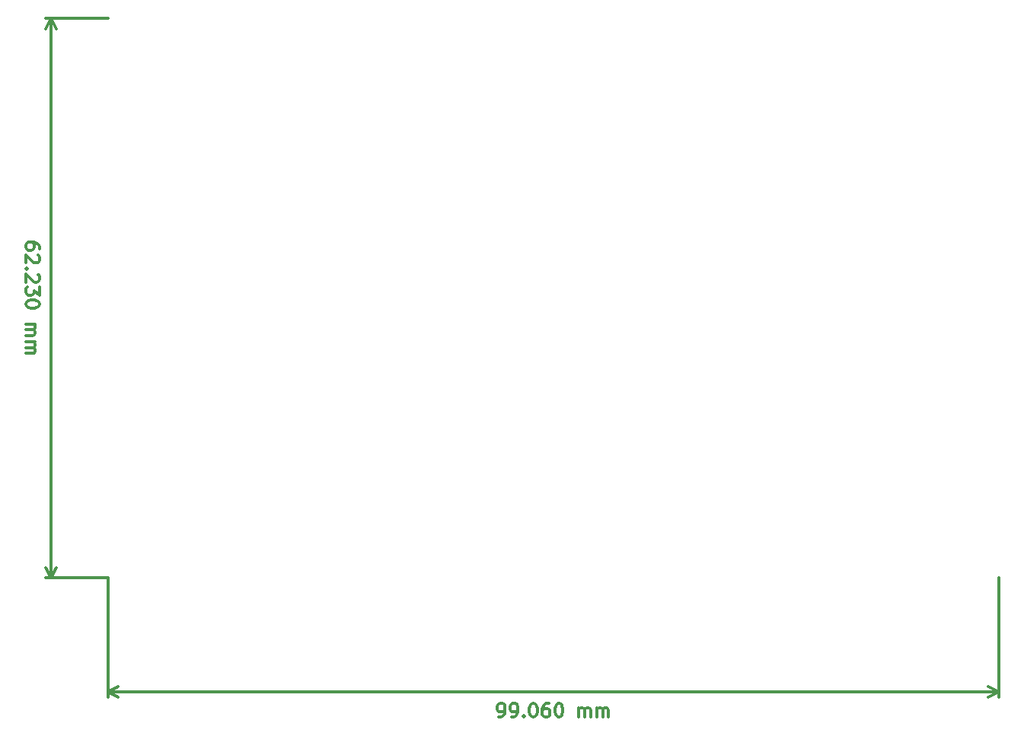
<source format=gbr>
G04 #@! TF.GenerationSoftware,KiCad,Pcbnew,5.1.6-c6e7f7d~86~ubuntu16.04.1*
G04 #@! TF.CreationDate,2020-05-12T14:31:13-06:00*
G04 #@! TF.ProjectId,Turnout-Cntrlr,5475726e-6f75-4742-9d43-6e74726c722e,rev?*
G04 #@! TF.SameCoordinates,Original*
G04 #@! TF.FileFunction,Legend,Bot*
G04 #@! TF.FilePolarity,Positive*
%FSLAX46Y46*%
G04 Gerber Fmt 4.6, Leading zero omitted, Abs format (unit mm)*
G04 Created by KiCad (PCBNEW 5.1.6-c6e7f7d~86~ubuntu16.04.1) date 2020-05-12 14:31:13*
%MOMM*%
%LPD*%
G01*
G04 APERTURE LIST*
%ADD10C,0.300000*%
G04 APERTURE END LIST*
D10*
X36821428Y-86575000D02*
X36821428Y-86289285D01*
X36750000Y-86146428D01*
X36678571Y-86075000D01*
X36464285Y-85932142D01*
X36178571Y-85860714D01*
X35607142Y-85860714D01*
X35464285Y-85932142D01*
X35392857Y-86003571D01*
X35321428Y-86146428D01*
X35321428Y-86432142D01*
X35392857Y-86575000D01*
X35464285Y-86646428D01*
X35607142Y-86717857D01*
X35964285Y-86717857D01*
X36107142Y-86646428D01*
X36178571Y-86575000D01*
X36250000Y-86432142D01*
X36250000Y-86146428D01*
X36178571Y-86003571D01*
X36107142Y-85932142D01*
X35964285Y-85860714D01*
X36678571Y-87289285D02*
X36750000Y-87360714D01*
X36821428Y-87503571D01*
X36821428Y-87860714D01*
X36750000Y-88003571D01*
X36678571Y-88075000D01*
X36535714Y-88146428D01*
X36392857Y-88146428D01*
X36178571Y-88075000D01*
X35321428Y-87217857D01*
X35321428Y-88146428D01*
X35464285Y-88789285D02*
X35392857Y-88860714D01*
X35321428Y-88789285D01*
X35392857Y-88717857D01*
X35464285Y-88789285D01*
X35321428Y-88789285D01*
X36678571Y-89432142D02*
X36750000Y-89503571D01*
X36821428Y-89646428D01*
X36821428Y-90003571D01*
X36750000Y-90146428D01*
X36678571Y-90217857D01*
X36535714Y-90289285D01*
X36392857Y-90289285D01*
X36178571Y-90217857D01*
X35321428Y-89360714D01*
X35321428Y-90289285D01*
X36821428Y-90789285D02*
X36821428Y-91717857D01*
X36250000Y-91217857D01*
X36250000Y-91432142D01*
X36178571Y-91575000D01*
X36107142Y-91646428D01*
X35964285Y-91717857D01*
X35607142Y-91717857D01*
X35464285Y-91646428D01*
X35392857Y-91575000D01*
X35321428Y-91432142D01*
X35321428Y-91003571D01*
X35392857Y-90860714D01*
X35464285Y-90789285D01*
X36821428Y-92646428D02*
X36821428Y-92789285D01*
X36750000Y-92932142D01*
X36678571Y-93003571D01*
X36535714Y-93075000D01*
X36250000Y-93146428D01*
X35892857Y-93146428D01*
X35607142Y-93075000D01*
X35464285Y-93003571D01*
X35392857Y-92932142D01*
X35321428Y-92789285D01*
X35321428Y-92646428D01*
X35392857Y-92503571D01*
X35464285Y-92432142D01*
X35607142Y-92360714D01*
X35892857Y-92289285D01*
X36250000Y-92289285D01*
X36535714Y-92360714D01*
X36678571Y-92432142D01*
X36750000Y-92503571D01*
X36821428Y-92646428D01*
X35321428Y-94932142D02*
X36321428Y-94932142D01*
X36178571Y-94932142D02*
X36250000Y-95003571D01*
X36321428Y-95146428D01*
X36321428Y-95360714D01*
X36250000Y-95503571D01*
X36107142Y-95575000D01*
X35321428Y-95575000D01*
X36107142Y-95575000D02*
X36250000Y-95646428D01*
X36321428Y-95789285D01*
X36321428Y-96003571D01*
X36250000Y-96146428D01*
X36107142Y-96217857D01*
X35321428Y-96217857D01*
X35321428Y-96932142D02*
X36321428Y-96932142D01*
X36178571Y-96932142D02*
X36250000Y-97003571D01*
X36321428Y-97146428D01*
X36321428Y-97360714D01*
X36250000Y-97503571D01*
X36107142Y-97575000D01*
X35321428Y-97575000D01*
X36107142Y-97575000D02*
X36250000Y-97646428D01*
X36321428Y-97789285D01*
X36321428Y-98003571D01*
X36250000Y-98146428D01*
X36107142Y-98217857D01*
X35321428Y-98217857D01*
X38100000Y-60960000D02*
X38100000Y-123190000D01*
X44450000Y-60960000D02*
X37513579Y-60960000D01*
X44450000Y-123190000D02*
X37513579Y-123190000D01*
X38100000Y-123190000D02*
X37513579Y-122063496D01*
X38100000Y-123190000D02*
X38686421Y-122063496D01*
X38100000Y-60960000D02*
X37513579Y-62086504D01*
X38100000Y-60960000D02*
X38686421Y-62086504D01*
X87908571Y-138668571D02*
X88194285Y-138668571D01*
X88337142Y-138597142D01*
X88408571Y-138525714D01*
X88551428Y-138311428D01*
X88622857Y-138025714D01*
X88622857Y-137454285D01*
X88551428Y-137311428D01*
X88480000Y-137240000D01*
X88337142Y-137168571D01*
X88051428Y-137168571D01*
X87908571Y-137240000D01*
X87837142Y-137311428D01*
X87765714Y-137454285D01*
X87765714Y-137811428D01*
X87837142Y-137954285D01*
X87908571Y-138025714D01*
X88051428Y-138097142D01*
X88337142Y-138097142D01*
X88480000Y-138025714D01*
X88551428Y-137954285D01*
X88622857Y-137811428D01*
X89337142Y-138668571D02*
X89622857Y-138668571D01*
X89765714Y-138597142D01*
X89837142Y-138525714D01*
X89980000Y-138311428D01*
X90051428Y-138025714D01*
X90051428Y-137454285D01*
X89980000Y-137311428D01*
X89908571Y-137240000D01*
X89765714Y-137168571D01*
X89480000Y-137168571D01*
X89337142Y-137240000D01*
X89265714Y-137311428D01*
X89194285Y-137454285D01*
X89194285Y-137811428D01*
X89265714Y-137954285D01*
X89337142Y-138025714D01*
X89480000Y-138097142D01*
X89765714Y-138097142D01*
X89908571Y-138025714D01*
X89980000Y-137954285D01*
X90051428Y-137811428D01*
X90694285Y-138525714D02*
X90765714Y-138597142D01*
X90694285Y-138668571D01*
X90622857Y-138597142D01*
X90694285Y-138525714D01*
X90694285Y-138668571D01*
X91694285Y-137168571D02*
X91837142Y-137168571D01*
X91980000Y-137240000D01*
X92051428Y-137311428D01*
X92122857Y-137454285D01*
X92194285Y-137740000D01*
X92194285Y-138097142D01*
X92122857Y-138382857D01*
X92051428Y-138525714D01*
X91980000Y-138597142D01*
X91837142Y-138668571D01*
X91694285Y-138668571D01*
X91551428Y-138597142D01*
X91480000Y-138525714D01*
X91408571Y-138382857D01*
X91337142Y-138097142D01*
X91337142Y-137740000D01*
X91408571Y-137454285D01*
X91480000Y-137311428D01*
X91551428Y-137240000D01*
X91694285Y-137168571D01*
X93480000Y-137168571D02*
X93194285Y-137168571D01*
X93051428Y-137240000D01*
X92980000Y-137311428D01*
X92837142Y-137525714D01*
X92765714Y-137811428D01*
X92765714Y-138382857D01*
X92837142Y-138525714D01*
X92908571Y-138597142D01*
X93051428Y-138668571D01*
X93337142Y-138668571D01*
X93480000Y-138597142D01*
X93551428Y-138525714D01*
X93622857Y-138382857D01*
X93622857Y-138025714D01*
X93551428Y-137882857D01*
X93480000Y-137811428D01*
X93337142Y-137740000D01*
X93051428Y-137740000D01*
X92908571Y-137811428D01*
X92837142Y-137882857D01*
X92765714Y-138025714D01*
X94551428Y-137168571D02*
X94694285Y-137168571D01*
X94837142Y-137240000D01*
X94908571Y-137311428D01*
X94980000Y-137454285D01*
X95051428Y-137740000D01*
X95051428Y-138097142D01*
X94980000Y-138382857D01*
X94908571Y-138525714D01*
X94837142Y-138597142D01*
X94694285Y-138668571D01*
X94551428Y-138668571D01*
X94408571Y-138597142D01*
X94337142Y-138525714D01*
X94265714Y-138382857D01*
X94194285Y-138097142D01*
X94194285Y-137740000D01*
X94265714Y-137454285D01*
X94337142Y-137311428D01*
X94408571Y-137240000D01*
X94551428Y-137168571D01*
X96837142Y-138668571D02*
X96837142Y-137668571D01*
X96837142Y-137811428D02*
X96908571Y-137740000D01*
X97051428Y-137668571D01*
X97265714Y-137668571D01*
X97408571Y-137740000D01*
X97480000Y-137882857D01*
X97480000Y-138668571D01*
X97480000Y-137882857D02*
X97551428Y-137740000D01*
X97694285Y-137668571D01*
X97908571Y-137668571D01*
X98051428Y-137740000D01*
X98122857Y-137882857D01*
X98122857Y-138668571D01*
X98837142Y-138668571D02*
X98837142Y-137668571D01*
X98837142Y-137811428D02*
X98908571Y-137740000D01*
X99051428Y-137668571D01*
X99265714Y-137668571D01*
X99408571Y-137740000D01*
X99480000Y-137882857D01*
X99480000Y-138668571D01*
X99480000Y-137882857D02*
X99551428Y-137740000D01*
X99694285Y-137668571D01*
X99908571Y-137668571D01*
X100051428Y-137740000D01*
X100122857Y-137882857D01*
X100122857Y-138668571D01*
X44450000Y-135890000D02*
X143510000Y-135890000D01*
X44450000Y-123190000D02*
X44450000Y-136476421D01*
X143510000Y-123190000D02*
X143510000Y-136476421D01*
X143510000Y-135890000D02*
X142383496Y-136476421D01*
X143510000Y-135890000D02*
X142383496Y-135303579D01*
X44450000Y-135890000D02*
X45576504Y-136476421D01*
X44450000Y-135890000D02*
X45576504Y-135303579D01*
M02*

</source>
